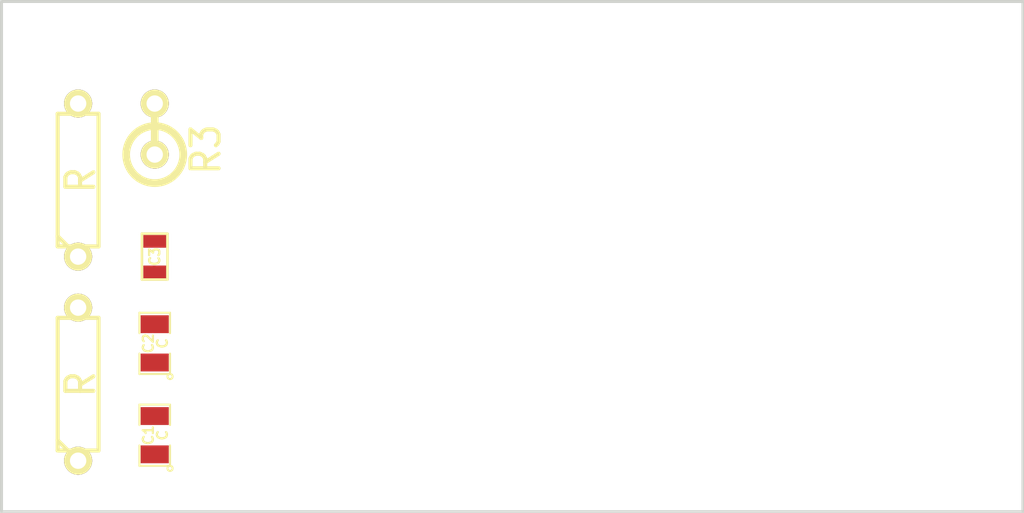
<source format=kicad_pcb>
(kicad_pcb (version 3) (host pcbnew "(2014-01-10 BZR 4027)-stable")

  (general
    (links 6)
    (no_connects 6)
    (area 152.324999 126.924999 203.275001 152.475001)
    (thickness 1.6)
    (drawings 4)
    (tracks 0)
    (zones 0)
    (modules 6)
    (nets 7)
  )

  (page A3)
  (layers
    (15 F.Cu signal)
    (0 B.Cu signal)
    (16 B.Adhes user)
    (17 F.Adhes user)
    (18 B.Paste user)
    (19 F.Paste user)
    (20 B.SilkS user)
    (21 F.SilkS user)
    (22 B.Mask user)
    (23 F.Mask user)
    (24 Dwgs.User user)
    (25 Cmts.User user)
    (26 Eco1.User user)
    (27 Eco2.User user)
    (28 Edge.Cuts user)
  )

  (setup
    (last_trace_width 0.254)
    (trace_clearance 0.254)
    (zone_clearance 0.508)
    (zone_45_only no)
    (trace_min 0.254)
    (segment_width 0.2)
    (edge_width 0.15)
    (via_size 0.889)
    (via_drill 0.635)
    (via_min_size 0.889)
    (via_min_drill 0.508)
    (uvia_size 0.508)
    (uvia_drill 0.127)
    (uvias_allowed no)
    (uvia_min_size 0.508)
    (uvia_min_drill 0.127)
    (pcb_text_width 0.3)
    (pcb_text_size 1 1)
    (mod_edge_width 0.15)
    (mod_text_size 1 1)
    (mod_text_width 0.15)
    (pad_size 1 1)
    (pad_drill 0.6)
    (pad_to_mask_clearance 0)
    (aux_axis_origin 0 0)
    (visible_elements FFFFFFBF)
    (pcbplotparams
      (layerselection 3178497)
      (usegerberextensions true)
      (excludeedgelayer true)
      (linewidth 0.150000)
      (plotframeref false)
      (viasonmask false)
      (mode 1)
      (useauxorigin false)
      (hpglpennumber 1)
      (hpglpenspeed 20)
      (hpglpendiameter 15)
      (hpglpenoverlay 2)
      (psnegative false)
      (psa4output false)
      (plotreference true)
      (plotvalue true)
      (plotothertext true)
      (plotinvisibletext false)
      (padsonsilk false)
      (subtractmaskfromsilk false)
      (outputformat 1)
      (mirror false)
      (drillshape 1)
      (scaleselection 1)
      (outputdirectory ""))
  )

  (net 0 "")
  (net 1 +5V)
  (net 2 GND)
  (net 3 N-000003)
  (net 4 N-000004)
  (net 5 N-000005)
  (net 6 N-000006)

  (net_class Default "This is the default net class."
    (clearance 0.254)
    (trace_width 0.254)
    (via_dia 0.889)
    (via_drill 0.635)
    (uvia_dia 0.508)
    (uvia_drill 0.127)
    (add_net "")
    (add_net +5V)
    (add_net GND)
    (add_net N-000003)
    (add_net N-000004)
    (add_net N-000005)
    (add_net N-000006)
  )

  (module SM0805 (layer F.Cu) (tedit 5091495C) (tstamp 52E563F5)
    (at 160.02 148.59 90)
    (path /52E56189)
    (attr smd)
    (fp_text reference C1 (at 0 -0.3175 90) (layer F.SilkS)
      (effects (font (size 0.50038 0.50038) (thickness 0.10922)))
    )
    (fp_text value C (at 0 0.381 90) (layer F.SilkS)
      (effects (font (size 0.50038 0.50038) (thickness 0.10922)))
    )
    (fp_circle (center -1.651 0.762) (end -1.651 0.635) (layer F.SilkS) (width 0.09906))
    (fp_line (start -0.508 0.762) (end -1.524 0.762) (layer F.SilkS) (width 0.09906))
    (fp_line (start -1.524 0.762) (end -1.524 -0.762) (layer F.SilkS) (width 0.09906))
    (fp_line (start -1.524 -0.762) (end -0.508 -0.762) (layer F.SilkS) (width 0.09906))
    (fp_line (start 0.508 -0.762) (end 1.524 -0.762) (layer F.SilkS) (width 0.09906))
    (fp_line (start 1.524 -0.762) (end 1.524 0.762) (layer F.SilkS) (width 0.09906))
    (fp_line (start 1.524 0.762) (end 0.508 0.762) (layer F.SilkS) (width 0.09906))
    (pad 1 smd rect (at -0.9525 0 90) (size 0.889 1.397)
      (layers F.Cu F.Paste F.Mask)
      (net 1 +5V)
    )
    (pad 2 smd rect (at 0.9525 0 90) (size 0.889 1.397)
      (layers F.Cu F.Paste F.Mask)
      (net 4 N-000004)
    )
    (model smd/chip_cms.wrl
      (at (xyz 0 0 0))
      (scale (xyz 0.1 0.1 0.1))
      (rotate (xyz 0 0 0))
    )
  )

  (module SM0805 (layer F.Cu) (tedit 5091495C) (tstamp 52E56402)
    (at 160.02 144.018 90)
    (path /52E56198)
    (attr smd)
    (fp_text reference C2 (at 0 -0.3175 90) (layer F.SilkS)
      (effects (font (size 0.50038 0.50038) (thickness 0.10922)))
    )
    (fp_text value C (at 0 0.381 90) (layer F.SilkS)
      (effects (font (size 0.50038 0.50038) (thickness 0.10922)))
    )
    (fp_circle (center -1.651 0.762) (end -1.651 0.635) (layer F.SilkS) (width 0.09906))
    (fp_line (start -0.508 0.762) (end -1.524 0.762) (layer F.SilkS) (width 0.09906))
    (fp_line (start -1.524 0.762) (end -1.524 -0.762) (layer F.SilkS) (width 0.09906))
    (fp_line (start -1.524 -0.762) (end -0.508 -0.762) (layer F.SilkS) (width 0.09906))
    (fp_line (start 0.508 -0.762) (end 1.524 -0.762) (layer F.SilkS) (width 0.09906))
    (fp_line (start 1.524 -0.762) (end 1.524 0.762) (layer F.SilkS) (width 0.09906))
    (fp_line (start 1.524 0.762) (end 0.508 0.762) (layer F.SilkS) (width 0.09906))
    (pad 1 smd rect (at -0.9525 0 90) (size 0.889 1.397)
      (layers F.Cu F.Paste F.Mask)
      (net 4 N-000004)
    )
    (pad 2 smd rect (at 0.9525 0 90) (size 0.889 1.397)
      (layers F.Cu F.Paste F.Mask)
      (net 3 N-000003)
    )
    (model smd/chip_cms.wrl
      (at (xyz 0 0 0))
      (scale (xyz 0.1 0.1 0.1))
      (rotate (xyz 0 0 0))
    )
  )

  (module SM0603 (layer F.Cu) (tedit 4E43A3D1) (tstamp 52E5640C)
    (at 160.02 139.7 90)
    (path /52E561C6)
    (attr smd)
    (fp_text reference C3 (at 0 0 90) (layer F.SilkS)
      (effects (font (size 0.508 0.4572) (thickness 0.1143)))
    )
    (fp_text value C (at 0 0 90) (layer F.SilkS) hide
      (effects (font (size 0.508 0.4572) (thickness 0.1143)))
    )
    (fp_line (start -1.143 -0.635) (end 1.143 -0.635) (layer F.SilkS) (width 0.127))
    (fp_line (start 1.143 -0.635) (end 1.143 0.635) (layer F.SilkS) (width 0.127))
    (fp_line (start 1.143 0.635) (end -1.143 0.635) (layer F.SilkS) (width 0.127))
    (fp_line (start -1.143 0.635) (end -1.143 -0.635) (layer F.SilkS) (width 0.127))
    (pad 1 smd rect (at -0.762 0 90) (size 0.635 1.143)
      (layers F.Cu F.Paste F.Mask)
      (net 3 N-000003)
    )
    (pad 2 smd rect (at 0.762 0 90) (size 0.635 1.143)
      (layers F.Cu F.Paste F.Mask)
      (net 2 GND)
    )
    (model smd\resistors\R0603.wrl
      (at (xyz 0 0 0.001))
      (scale (xyz 0.5 0.5 0.5))
      (rotate (xyz 0 0 0))
    )
  )

  (module R3 (layer F.Cu) (tedit 4E4C0E65) (tstamp 52E5641A)
    (at 156.21 146.05 90)
    (descr "Resitance 3 pas")
    (tags R)
    (path /52E56104)
    (autoplace_cost180 10)
    (fp_text reference R1 (at 0 0.127 90) (layer F.SilkS) hide
      (effects (font (size 1.397 1.27) (thickness 0.2032)))
    )
    (fp_text value R (at 0 0.127 90) (layer F.SilkS)
      (effects (font (size 1.397 1.27) (thickness 0.2032)))
    )
    (fp_line (start -3.81 0) (end -3.302 0) (layer F.SilkS) (width 0.2032))
    (fp_line (start 3.81 0) (end 3.302 0) (layer F.SilkS) (width 0.2032))
    (fp_line (start 3.302 0) (end 3.302 -1.016) (layer F.SilkS) (width 0.2032))
    (fp_line (start 3.302 -1.016) (end -3.302 -1.016) (layer F.SilkS) (width 0.2032))
    (fp_line (start -3.302 -1.016) (end -3.302 1.016) (layer F.SilkS) (width 0.2032))
    (fp_line (start -3.302 1.016) (end 3.302 1.016) (layer F.SilkS) (width 0.2032))
    (fp_line (start 3.302 1.016) (end 3.302 0) (layer F.SilkS) (width 0.2032))
    (fp_line (start -3.302 -0.508) (end -2.794 -1.016) (layer F.SilkS) (width 0.2032))
    (pad 1 thru_hole circle (at -3.81 0 90) (size 1.397 1.397) (drill 0.8128)
      (layers *.Cu *.Mask F.SilkS)
      (net 1 +5V)
    )
    (pad 2 thru_hole circle (at 3.81 0 90) (size 1.397 1.397) (drill 0.8128)
      (layers *.Cu *.Mask F.SilkS)
      (net 6 N-000006)
    )
    (model discret/resistor.wrl
      (at (xyz 0 0 0))
      (scale (xyz 0.3 0.3 0.3))
      (rotate (xyz 0 0 0))
    )
  )

  (module R3 (layer F.Cu) (tedit 4E4C0E65) (tstamp 52E56428)
    (at 156.21 135.89 90)
    (descr "Resitance 3 pas")
    (tags R)
    (path /52E56113)
    (autoplace_cost180 10)
    (fp_text reference R2 (at 0 0.127 90) (layer F.SilkS) hide
      (effects (font (size 1.397 1.27) (thickness 0.2032)))
    )
    (fp_text value R (at 0 0.127 90) (layer F.SilkS)
      (effects (font (size 1.397 1.27) (thickness 0.2032)))
    )
    (fp_line (start -3.81 0) (end -3.302 0) (layer F.SilkS) (width 0.2032))
    (fp_line (start 3.81 0) (end 3.302 0) (layer F.SilkS) (width 0.2032))
    (fp_line (start 3.302 0) (end 3.302 -1.016) (layer F.SilkS) (width 0.2032))
    (fp_line (start 3.302 -1.016) (end -3.302 -1.016) (layer F.SilkS) (width 0.2032))
    (fp_line (start -3.302 -1.016) (end -3.302 1.016) (layer F.SilkS) (width 0.2032))
    (fp_line (start -3.302 1.016) (end 3.302 1.016) (layer F.SilkS) (width 0.2032))
    (fp_line (start 3.302 1.016) (end 3.302 0) (layer F.SilkS) (width 0.2032))
    (fp_line (start -3.302 -0.508) (end -2.794 -1.016) (layer F.SilkS) (width 0.2032))
    (pad 1 thru_hole circle (at -3.81 0 90) (size 1.397 1.397) (drill 0.8128)
      (layers *.Cu *.Mask F.SilkS)
      (net 6 N-000006)
    )
    (pad 2 thru_hole circle (at 3.81 0 90) (size 1.397 1.397) (drill 0.8128)
      (layers *.Cu *.Mask F.SilkS)
      (net 5 N-000005)
    )
    (model discret/resistor.wrl
      (at (xyz 0 0 0))
      (scale (xyz 0.3 0.3 0.3))
      (rotate (xyz 0 0 0))
    )
  )

  (module R1 (layer F.Cu) (tedit 200000) (tstamp 52E56430)
    (at 160.02 133.35 90)
    (descr "Resistance verticale")
    (tags R)
    (path /52E56122)
    (autoplace_cost90 10)
    (autoplace_cost180 10)
    (fp_text reference R3 (at -1.016 2.54 90) (layer F.SilkS)
      (effects (font (size 1.397 1.27) (thickness 0.2032)))
    )
    (fp_text value R (at -1.143 2.54 90) (layer F.SilkS) hide
      (effects (font (size 1.397 1.27) (thickness 0.2032)))
    )
    (fp_line (start -1.27 0) (end 1.27 0) (layer F.SilkS) (width 0.381))
    (fp_circle (center -1.27 0) (end -0.635 1.27) (layer F.SilkS) (width 0.381))
    (pad 1 thru_hole circle (at -1.27 0 90) (size 1.397 1.397) (drill 0.8128)
      (layers *.Cu *.Mask F.SilkS)
      (net 2 GND)
    )
    (pad 2 thru_hole circle (at 1.27 0 90) (size 1.397 1.397) (drill 0.8128)
      (layers *.Cu *.Mask F.SilkS)
      (net 5 N-000005)
    )
    (model discret/verti_resistor.wrl
      (at (xyz 0 0 0))
      (scale (xyz 1 1 1))
      (rotate (xyz 0 0 0))
    )
  )

  (gr_line (start 152.4 127) (end 152.4 152.4) (angle 90) (layer Edge.Cuts) (width 0.15))
  (gr_line (start 203.2 127) (end 152.4 127) (angle 90) (layer Edge.Cuts) (width 0.15))
  (gr_line (start 203.2 152.4) (end 203.2 127) (angle 90) (layer Edge.Cuts) (width 0.15))
  (gr_line (start 152.4 152.4) (end 203.2 152.4) (angle 90) (layer Edge.Cuts) (width 0.15))

)

</source>
